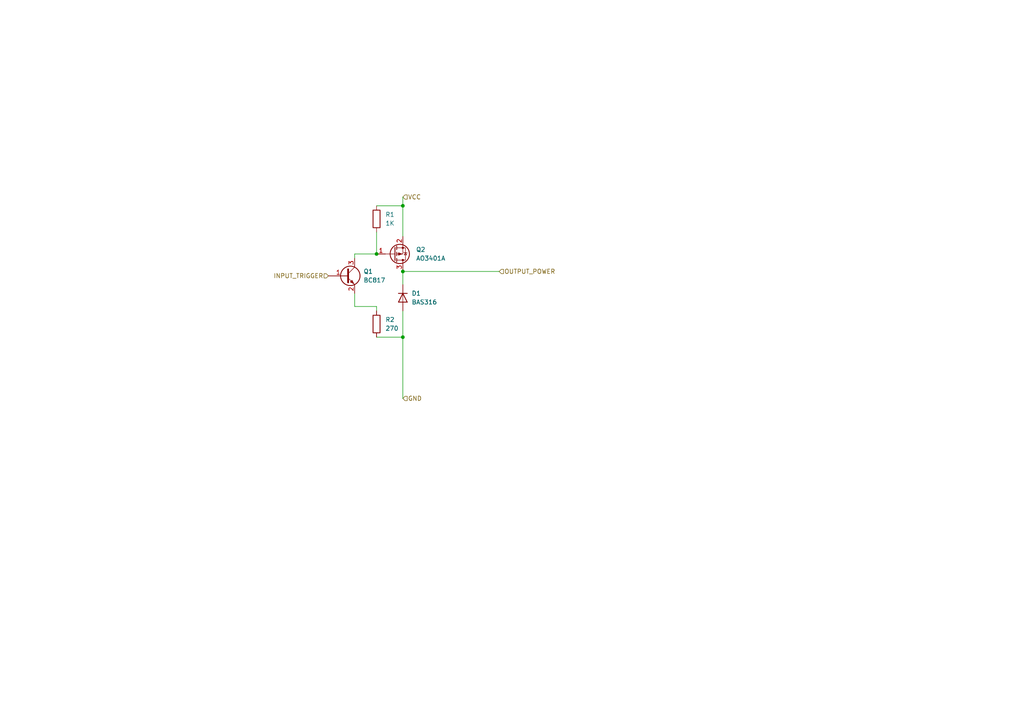
<source format=kicad_sch>
(kicad_sch (version 20211123) (generator eeschema)
  (paper "A4")
  (lib_symbols
    (symbol "Device:R" (pin_numbers hide) (pin_names (offset 0))
      (property "Reference" "R" (at 2.032 0 90))
      (property "Value" "R" (at 0 0 90))
      (symbol "R_0_1"
        (rectangle (start -1.016 -2.54) (end 1.016 2.54) (stroke (width 0.254)))
      )
      (symbol "R_1_1"
        (pin passive line (at 0 3.81 270) (length 1.27) (name "~") (number "1"))
        (pin passive line (at 0 -3.81 90) (length 1.27) (name "~") (number "2"))
      )
    )
    (symbol "Diode:BAS316" (pin_numbers hide) (pin_names hide)
      (property "Reference" "D" (at 0 2.54 0))
      (property "Value" "BAS316" (at 0 -2.54 0))
      (symbol "BAS316_0_1"
        (polyline (pts (xy -1.27 1.27) (xy -1.27 -1.27)) (stroke (width 0.254)))
        (polyline (pts (xy 1.27 0) (xy -1.27 0)))
        (polyline (pts (xy 1.27 1.27) (xy 1.27 -1.27) (xy -1.27 0) (xy 1.27 1.27)) (stroke (width 0.254)))
      )
      (symbol "BAS316_1_1"
        (pin passive line (at -3.81 0 0) (length 2.54) (name "K") (number "1"))
        (pin passive line (at 3.81 0 180) (length 2.54) (name "A") (number "2"))
      )
    )
    (symbol "Transistor_BJT:BC817" (pin_names (offset 0) hide)
      (property "Reference" "Q" (at 5.08 1.905 0))
      (property "Value" "BC817" (at 5.08 0 0))
      (symbol "BC817_0_1"
        (polyline (pts (xy 0.635 0.635) (xy 2.54 2.54)))
        (polyline (pts (xy 0.635 -0.635) (xy 2.54 -2.54) (xy 2.54 -2.54)))
        (polyline (pts (xy 0.635 1.905) (xy 0.635 -1.905) (xy 0.635 -1.905)) (stroke (width 0.508)))
        (polyline (pts (xy 1.27 -1.778) (xy 1.778 -1.27) (xy 2.286 -2.286) (xy 1.27 -1.778) (xy 1.27 -1.778)) (fill (type outline)))
        (circle (center 1.27 0) (radius 2.8194) (stroke (width 0.254)))
      )
      (symbol "BC817_1_1"
        (pin input line (at -5.08 0 0) (length 5.715) (name "B") (number "1"))
        (pin passive line (at 2.54 -5.08 90) (length 2.54) (name "E") (number "2"))
        (pin passive line (at 2.54 5.08 270) (length 2.54) (name "C") (number "3"))
      )
    )
    (symbol "Transistor_FET:AO3401A" (pin_names hide)
      (property "Reference" "Q" (at 5.08 1.905 0))
      (property "Value" "AO3401A" (at 5.08 0 0))
      (symbol "AO3401A_0_1"
        (polyline (pts (xy 0.254 0) (xy -2.54 0)))
        (polyline (pts (xy 0.254 1.905) (xy 0.254 -1.905)) (stroke (width 0.254)))
        (polyline (pts (xy 0.762 -1.27) (xy 0.762 -2.286)) (stroke (width 0.254)))
        (polyline (pts (xy 0.762 0.508) (xy 0.762 -0.508)) (stroke (width 0.254)))
        (polyline (pts (xy 0.762 2.286) (xy 0.762 1.27)) (stroke (width 0.254)))
        (polyline (pts (xy 2.54 2.54) (xy 2.54 1.778)))
        (polyline (pts (xy 2.54 -2.54) (xy 2.54 0) (xy 0.762 0)))
        (polyline (pts (xy 0.762 1.778) (xy 3.302 1.778) (xy 3.302 -1.778) (xy 0.762 -1.778)))
        (polyline (pts (xy 2.286 0) (xy 1.27 0.381) (xy 1.27 -0.381) (xy 2.286 0)) (fill (type outline)))
        (polyline (pts (xy 2.794 -0.508) (xy 2.921 -0.381) (xy 3.683 -0.381) (xy 3.81 -0.254)))
        (polyline (pts (xy 3.302 -0.381) (xy 2.921 0.254) (xy 3.683 0.254) (xy 3.302 -0.381)))
        (circle (center 1.651 0) (radius 2.794) (stroke (width 0.254)))
        (circle (center 2.54 -1.778) (radius 0.254) (fill (type outline)))
        (circle (center 2.54 1.778) (radius 0.254) (fill (type outline)))
      )
      (symbol "AO3401A_1_1"
        (pin input line (at -5.08 0 0) (length 2.54) (name "G") (number "1"))
        (pin passive line (at 2.54 -5.08 90) (length 2.54) (name "S") (number "2"))
        (pin passive line (at 2.54 5.08 270) (length 2.54) (name "D") (number "3"))
      )
    )
  )
  (junction (at 116.84 97.79))
  (junction (at 109.22 73.66))
  (junction (at 116.84 78.74))
  (junction (at 116.84 59.69))
  (wire (pts (xy 109.22 90.17) (xy 109.22 88.9)))
  (wire (pts (xy 116.84 59.69) (xy 116.84 68.58)))
  (wire (pts (xy 116.84 78.74) (xy 144.78 78.74)))
  (wire (pts (xy 109.22 67.31) (xy 109.22 73.66)))
  (wire (pts (xy 102.87 74.93) (xy 102.87 73.66)))
  (wire (pts (xy 116.84 57.15) (xy 116.84 59.69)))
  (wire (pts (xy 102.87 85.09) (xy 102.87 88.9)))
  (wire (pts (xy 109.22 88.9) (xy 102.87 88.9)))
  (wire (pts (xy 116.84 97.79) (xy 116.84 115.57)))
  (wire (pts (xy 102.87 73.66) (xy 109.22 73.66)))
  (wire (pts (xy 116.84 90.17) (xy 116.84 97.79)))
  (wire (pts (xy 109.22 97.79) (xy 116.84 97.79)))
  (wire (pts (xy 116.84 82.55) (xy 116.84 78.74)))
  (wire (pts (xy 116.84 59.69) (xy 109.22 59.69)))
  (hierarchical_label "GND" (shape input) (at 116.84 115.57 0))
  (hierarchical_label "INPUT_TRIGGER" (shape input) (at 95.25 80.01 180))
  (hierarchical_label "VCC" (shape input) (at 116.84 57.15 0))
  (hierarchical_label "OUTPUT_POWER" (shape input) (at 144.78 78.74 0))
  (symbol (lib_id "Diode:BAS316") (at 116.84 86.36 270) (unit 1)
    (property "Reference" "D1" (at 119.38 85.0899 90) (effects (justify left)))
    (property "Value" "BAS316" (at 119.38 87.6299 90) (effects (justify left)))
    (property "Footprint" "Diode_SMD:D_SOD-323" (effects hide))
    (property "Datasheet" "https://assets.nexperia.com/documents/data-sheet/BAS16_SER.pdf" (effects hide))
    (property "LCSC" "C109218" (effects hide))
  )
  (symbol (lib_id "Transistor_BJT:BC817") (at 100.33 80.01 0) (unit 1)
    (property "Reference" "Q1" (at 105.41 78.7399 0) (effects (justify left)))
    (property "Value" "BC817" (at 105.41 81.2799 0) (effects (justify left)))
    (property "Footprint" "Package_TO_SOT_SMD:SOT-23" (effects hide))
    (property "Datasheet" "https://www.onsemi.com/pub/Collateral/BC818-D.pdf" (effects hide))
    (property "LCSC" "C39828" (effects hide))
  )
  (symbol (lib_id "Transistor_FET:AO3401A") (at 114.3 73.66 0) (mirror x) (unit 1)
    (property "Reference" "Q2" (at 120.65 72.3899 0) (effects (justify left)))
    (property "Value" "AO3401A" (at 120.65 74.9299 0) (effects (justify left)))
    (property "Footprint" "Package_TO_SOT_SMD:SOT-23" (effects hide))
    (property "Datasheet" "http://www.aosmd.com/pdfs/datasheet/AO3401A.pdf" (effects hide))
    (property "LCSC" "C15127" (effects hide))
  )
  (symbol (lib_id "Device:R") (at 109.22 93.98 180) (unit 1)
    (property "Reference" "R2" (at 111.76 92.7099 0) (effects (justify right)))
    (property "Value" "270" (at 111.76 95.2499 0) (effects (justify right)))
    (property "Footprint" "Resistor_SMD:R_0402_1005Metric" (effects hide))
    (property "LCSC" "C163474" (effects hide))
  )
  (symbol (lib_id "Device:R") (at 109.22 63.5 180) (unit 1)
    (property "Reference" "R1" (at 111.76 62.2299 0) (effects (justify right)))
    (property "Value" "1K" (at 111.76 64.7699 0) (effects (justify right)))
    (property "Footprint" "Resistor_SMD:R_0402_1005Metric" (effects hide))
    (property "LCSC" "C106235" (effects hide))
  )
)
</source>
